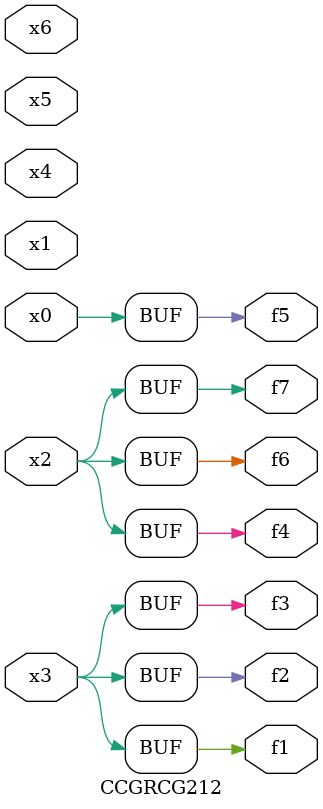
<source format=v>
module CCGRCG212(
	input x0, x1, x2, x3, x4, x5, x6,
	output f1, f2, f3, f4, f5, f6, f7
);
	assign f1 = x3;
	assign f2 = x3;
	assign f3 = x3;
	assign f4 = x2;
	assign f5 = x0;
	assign f6 = x2;
	assign f7 = x2;
endmodule

</source>
